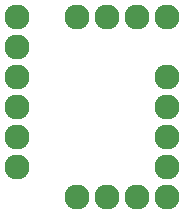
<source format=gbs>
G04 #@! TF.FileFunction,Soldermask,Bot*
%FSLAX46Y46*%
G04 Gerber Fmt 4.6, Leading zero omitted, Abs format (unit mm)*
G04 Created by KiCad (PCBNEW 4.0.4-stable) date 11/14/16 13:42:01*
%MOMM*%
%LPD*%
G01*
G04 APERTURE LIST*
%ADD10C,0.100000*%
%ADD11C,2.127200*%
G04 APERTURE END LIST*
D10*
D11*
X142240000Y-76200000D03*
X142240000Y-73660000D03*
X142240000Y-86360000D03*
X142240000Y-78740000D03*
X142240000Y-81280000D03*
X142240000Y-83820000D03*
X147320000Y-88900000D03*
X149860000Y-88900000D03*
X152400000Y-88900000D03*
X154940000Y-88900000D03*
X154940000Y-86360000D03*
X154940000Y-83820000D03*
X154940000Y-81280000D03*
X154940000Y-78740000D03*
X154940000Y-73660000D03*
X152400000Y-73660000D03*
X149860000Y-73660000D03*
X147320000Y-73660000D03*
M02*

</source>
